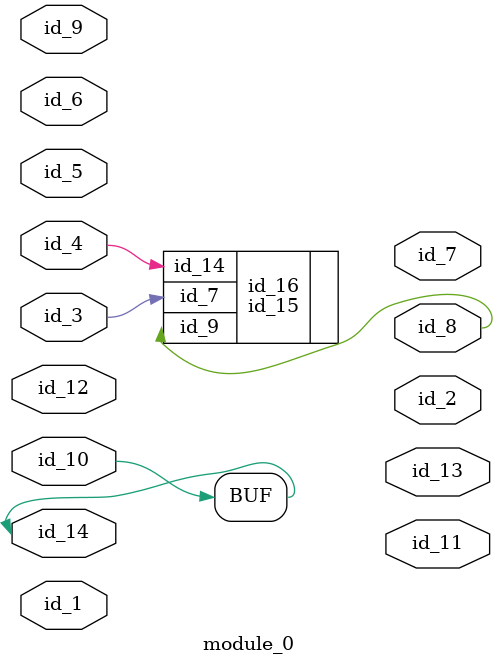
<source format=v>
module module_0 (
    id_1,
    id_2,
    id_3,
    id_4,
    id_5,
    id_6,
    id_7,
    id_8,
    id_9,
    id_10,
    id_11,
    id_12,
    id_13,
    id_14
);
  input id_14;
  output id_13;
  input id_12;
  output id_11;
  input id_10;
  input id_9;
  output id_8;
  output id_7;
  input id_6;
  input id_5;
  input id_4;
  input id_3;
  output id_2;
  input id_1;
  id_15 id_16 (
      .id_7 (id_14),
      .id_9 (id_8),
      .id_14(id_4),
      .id_7 (id_3)
  );
  id_17 id_18 (
      .id_3 (id_10),
      .id_6 (id_2 & id_13),
      .id_13(id_1),
      .id_7 (id_6)
  );
  assign id_10 = id_14;
endmodule

</source>
